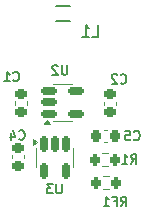
<source format=gbr>
G04 #@! TF.GenerationSoftware,KiCad,Pcbnew,8.0.1*
G04 #@! TF.CreationDate,2025-02-25T21:17:40-07:00*
G04 #@! TF.ProjectId,IRRemote,49525265-6d6f-4746-952e-6b696361645f,rev?*
G04 #@! TF.SameCoordinates,Original*
G04 #@! TF.FileFunction,Legend,Bot*
G04 #@! TF.FilePolarity,Positive*
%FSLAX46Y46*%
G04 Gerber Fmt 4.6, Leading zero omitted, Abs format (unit mm)*
G04 Created by KiCad (PCBNEW 8.0.1) date 2025-02-25 21:17:40*
%MOMM*%
%LPD*%
G01*
G04 APERTURE LIST*
G04 Aperture macros list*
%AMRoundRect*
0 Rectangle with rounded corners*
0 $1 Rounding radius*
0 $2 $3 $4 $5 $6 $7 $8 $9 X,Y pos of 4 corners*
0 Add a 4 corners polygon primitive as box body*
4,1,4,$2,$3,$4,$5,$6,$7,$8,$9,$2,$3,0*
0 Add four circle primitives for the rounded corners*
1,1,$1+$1,$2,$3*
1,1,$1+$1,$4,$5*
1,1,$1+$1,$6,$7*
1,1,$1+$1,$8,$9*
0 Add four rect primitives between the rounded corners*
20,1,$1+$1,$2,$3,$4,$5,0*
20,1,$1+$1,$4,$5,$6,$7,0*
20,1,$1+$1,$6,$7,$8,$9,0*
20,1,$1+$1,$8,$9,$2,$3,0*%
G04 Aperture macros list end*
%ADD10C,0.150000*%
%ADD11C,0.120000*%
%ADD12C,0.152400*%
%ADD13R,1.700000X1.700000*%
%ADD14O,1.700000X1.700000*%
%ADD15C,2.500000*%
%ADD16RoundRect,0.150000X-0.512500X-0.150000X0.512500X-0.150000X0.512500X0.150000X-0.512500X0.150000X0*%
%ADD17RoundRect,0.225000X-0.250000X0.225000X-0.250000X-0.225000X0.250000X-0.225000X0.250000X0.225000X0*%
%ADD18R,1.003300X0.990600*%
%ADD19RoundRect,0.225000X-0.225000X-0.250000X0.225000X-0.250000X0.225000X0.250000X-0.225000X0.250000X0*%
%ADD20RoundRect,0.200000X-0.200000X-0.275000X0.200000X-0.275000X0.200000X0.275000X-0.200000X0.275000X0*%
%ADD21RoundRect,0.225000X0.250000X-0.225000X0.250000X0.225000X-0.250000X0.225000X-0.250000X-0.225000X0*%
%ADD22RoundRect,0.150000X-0.150000X0.512500X-0.150000X-0.512500X0.150000X-0.512500X0.150000X0.512500X0*%
%ADD23RoundRect,0.200000X0.200000X0.275000X-0.200000X0.275000X-0.200000X-0.275000X0.200000X-0.275000X0*%
G04 APERTURE END LIST*
D10*
X138659523Y-70232295D02*
X138659523Y-70879914D01*
X138659523Y-70879914D02*
X138621428Y-70956104D01*
X138621428Y-70956104D02*
X138583333Y-70994200D01*
X138583333Y-70994200D02*
X138507142Y-71032295D01*
X138507142Y-71032295D02*
X138354761Y-71032295D01*
X138354761Y-71032295D02*
X138278571Y-70994200D01*
X138278571Y-70994200D02*
X138240476Y-70956104D01*
X138240476Y-70956104D02*
X138202380Y-70879914D01*
X138202380Y-70879914D02*
X138202380Y-70232295D01*
X137859524Y-70308485D02*
X137821428Y-70270390D01*
X137821428Y-70270390D02*
X137745238Y-70232295D01*
X137745238Y-70232295D02*
X137554762Y-70232295D01*
X137554762Y-70232295D02*
X137478571Y-70270390D01*
X137478571Y-70270390D02*
X137440476Y-70308485D01*
X137440476Y-70308485D02*
X137402381Y-70384676D01*
X137402381Y-70384676D02*
X137402381Y-70460866D01*
X137402381Y-70460866D02*
X137440476Y-70575152D01*
X137440476Y-70575152D02*
X137897619Y-71032295D01*
X137897619Y-71032295D02*
X137402381Y-71032295D01*
X134093332Y-71526104D02*
X134131428Y-71564200D01*
X134131428Y-71564200D02*
X134245713Y-71602295D01*
X134245713Y-71602295D02*
X134321904Y-71602295D01*
X134321904Y-71602295D02*
X134436190Y-71564200D01*
X134436190Y-71564200D02*
X134512380Y-71488009D01*
X134512380Y-71488009D02*
X134550475Y-71411819D01*
X134550475Y-71411819D02*
X134588571Y-71259438D01*
X134588571Y-71259438D02*
X134588571Y-71145152D01*
X134588571Y-71145152D02*
X134550475Y-70992771D01*
X134550475Y-70992771D02*
X134512380Y-70916580D01*
X134512380Y-70916580D02*
X134436190Y-70840390D01*
X134436190Y-70840390D02*
X134321904Y-70802295D01*
X134321904Y-70802295D02*
X134245713Y-70802295D01*
X134245713Y-70802295D02*
X134131428Y-70840390D01*
X134131428Y-70840390D02*
X134093332Y-70878485D01*
X133331428Y-71602295D02*
X133788571Y-71602295D01*
X133559999Y-71602295D02*
X133559999Y-70802295D01*
X133559999Y-70802295D02*
X133636190Y-70916580D01*
X133636190Y-70916580D02*
X133712380Y-70992771D01*
X133712380Y-70992771D02*
X133788571Y-71030866D01*
X140796666Y-67814819D02*
X141272856Y-67814819D01*
X141272856Y-67814819D02*
X141272856Y-66814819D01*
X139939523Y-67814819D02*
X140510951Y-67814819D01*
X140225237Y-67814819D02*
X140225237Y-66814819D01*
X140225237Y-66814819D02*
X140320475Y-66957676D01*
X140320475Y-66957676D02*
X140415713Y-67052914D01*
X140415713Y-67052914D02*
X140510951Y-67100533D01*
X144293332Y-76526104D02*
X144331428Y-76564200D01*
X144331428Y-76564200D02*
X144445713Y-76602295D01*
X144445713Y-76602295D02*
X144521904Y-76602295D01*
X144521904Y-76602295D02*
X144636190Y-76564200D01*
X144636190Y-76564200D02*
X144712380Y-76488009D01*
X144712380Y-76488009D02*
X144750475Y-76411819D01*
X144750475Y-76411819D02*
X144788571Y-76259438D01*
X144788571Y-76259438D02*
X144788571Y-76145152D01*
X144788571Y-76145152D02*
X144750475Y-75992771D01*
X144750475Y-75992771D02*
X144712380Y-75916580D01*
X144712380Y-75916580D02*
X144636190Y-75840390D01*
X144636190Y-75840390D02*
X144521904Y-75802295D01*
X144521904Y-75802295D02*
X144445713Y-75802295D01*
X144445713Y-75802295D02*
X144331428Y-75840390D01*
X144331428Y-75840390D02*
X144293332Y-75878485D01*
X143569523Y-75802295D02*
X143950475Y-75802295D01*
X143950475Y-75802295D02*
X143988571Y-76183247D01*
X143988571Y-76183247D02*
X143950475Y-76145152D01*
X143950475Y-76145152D02*
X143874285Y-76107057D01*
X143874285Y-76107057D02*
X143683809Y-76107057D01*
X143683809Y-76107057D02*
X143607618Y-76145152D01*
X143607618Y-76145152D02*
X143569523Y-76183247D01*
X143569523Y-76183247D02*
X143531428Y-76259438D01*
X143531428Y-76259438D02*
X143531428Y-76449914D01*
X143531428Y-76449914D02*
X143569523Y-76526104D01*
X143569523Y-76526104D02*
X143607618Y-76564200D01*
X143607618Y-76564200D02*
X143683809Y-76602295D01*
X143683809Y-76602295D02*
X143874285Y-76602295D01*
X143874285Y-76602295D02*
X143950475Y-76564200D01*
X143950475Y-76564200D02*
X143988571Y-76526104D01*
X144063332Y-78572295D02*
X144329999Y-78191342D01*
X144520475Y-78572295D02*
X144520475Y-77772295D01*
X144520475Y-77772295D02*
X144215713Y-77772295D01*
X144215713Y-77772295D02*
X144139523Y-77810390D01*
X144139523Y-77810390D02*
X144101428Y-77848485D01*
X144101428Y-77848485D02*
X144063332Y-77924676D01*
X144063332Y-77924676D02*
X144063332Y-78038961D01*
X144063332Y-78038961D02*
X144101428Y-78115152D01*
X144101428Y-78115152D02*
X144139523Y-78153247D01*
X144139523Y-78153247D02*
X144215713Y-78191342D01*
X144215713Y-78191342D02*
X144520475Y-78191342D01*
X143301428Y-78572295D02*
X143758571Y-78572295D01*
X143529999Y-78572295D02*
X143529999Y-77772295D01*
X143529999Y-77772295D02*
X143606190Y-77886580D01*
X143606190Y-77886580D02*
X143682380Y-77962771D01*
X143682380Y-77962771D02*
X143758571Y-78000866D01*
X143173332Y-71726104D02*
X143211428Y-71764200D01*
X143211428Y-71764200D02*
X143325713Y-71802295D01*
X143325713Y-71802295D02*
X143401904Y-71802295D01*
X143401904Y-71802295D02*
X143516190Y-71764200D01*
X143516190Y-71764200D02*
X143592380Y-71688009D01*
X143592380Y-71688009D02*
X143630475Y-71611819D01*
X143630475Y-71611819D02*
X143668571Y-71459438D01*
X143668571Y-71459438D02*
X143668571Y-71345152D01*
X143668571Y-71345152D02*
X143630475Y-71192771D01*
X143630475Y-71192771D02*
X143592380Y-71116580D01*
X143592380Y-71116580D02*
X143516190Y-71040390D01*
X143516190Y-71040390D02*
X143401904Y-71002295D01*
X143401904Y-71002295D02*
X143325713Y-71002295D01*
X143325713Y-71002295D02*
X143211428Y-71040390D01*
X143211428Y-71040390D02*
X143173332Y-71078485D01*
X142868571Y-71078485D02*
X142830475Y-71040390D01*
X142830475Y-71040390D02*
X142754285Y-71002295D01*
X142754285Y-71002295D02*
X142563809Y-71002295D01*
X142563809Y-71002295D02*
X142487618Y-71040390D01*
X142487618Y-71040390D02*
X142449523Y-71078485D01*
X142449523Y-71078485D02*
X142411428Y-71154676D01*
X142411428Y-71154676D02*
X142411428Y-71230866D01*
X142411428Y-71230866D02*
X142449523Y-71345152D01*
X142449523Y-71345152D02*
X142906666Y-71802295D01*
X142906666Y-71802295D02*
X142411428Y-71802295D01*
X138179523Y-80292295D02*
X138179523Y-80939914D01*
X138179523Y-80939914D02*
X138141428Y-81016104D01*
X138141428Y-81016104D02*
X138103333Y-81054200D01*
X138103333Y-81054200D02*
X138027142Y-81092295D01*
X138027142Y-81092295D02*
X137874761Y-81092295D01*
X137874761Y-81092295D02*
X137798571Y-81054200D01*
X137798571Y-81054200D02*
X137760476Y-81016104D01*
X137760476Y-81016104D02*
X137722380Y-80939914D01*
X137722380Y-80939914D02*
X137722380Y-80292295D01*
X137417619Y-80292295D02*
X136922381Y-80292295D01*
X136922381Y-80292295D02*
X137189047Y-80597057D01*
X137189047Y-80597057D02*
X137074762Y-80597057D01*
X137074762Y-80597057D02*
X136998571Y-80635152D01*
X136998571Y-80635152D02*
X136960476Y-80673247D01*
X136960476Y-80673247D02*
X136922381Y-80749438D01*
X136922381Y-80749438D02*
X136922381Y-80939914D01*
X136922381Y-80939914D02*
X136960476Y-81016104D01*
X136960476Y-81016104D02*
X136998571Y-81054200D01*
X136998571Y-81054200D02*
X137074762Y-81092295D01*
X137074762Y-81092295D02*
X137303333Y-81092295D01*
X137303333Y-81092295D02*
X137379524Y-81054200D01*
X137379524Y-81054200D02*
X137417619Y-81016104D01*
X134573332Y-76476104D02*
X134611428Y-76514200D01*
X134611428Y-76514200D02*
X134725713Y-76552295D01*
X134725713Y-76552295D02*
X134801904Y-76552295D01*
X134801904Y-76552295D02*
X134916190Y-76514200D01*
X134916190Y-76514200D02*
X134992380Y-76438009D01*
X134992380Y-76438009D02*
X135030475Y-76361819D01*
X135030475Y-76361819D02*
X135068571Y-76209438D01*
X135068571Y-76209438D02*
X135068571Y-76095152D01*
X135068571Y-76095152D02*
X135030475Y-75942771D01*
X135030475Y-75942771D02*
X134992380Y-75866580D01*
X134992380Y-75866580D02*
X134916190Y-75790390D01*
X134916190Y-75790390D02*
X134801904Y-75752295D01*
X134801904Y-75752295D02*
X134725713Y-75752295D01*
X134725713Y-75752295D02*
X134611428Y-75790390D01*
X134611428Y-75790390D02*
X134573332Y-75828485D01*
X133887618Y-76018961D02*
X133887618Y-76552295D01*
X134078094Y-75714200D02*
X134268571Y-76285628D01*
X134268571Y-76285628D02*
X133773332Y-76285628D01*
X143186189Y-82162295D02*
X143452856Y-81781342D01*
X143643332Y-82162295D02*
X143643332Y-81362295D01*
X143643332Y-81362295D02*
X143338570Y-81362295D01*
X143338570Y-81362295D02*
X143262380Y-81400390D01*
X143262380Y-81400390D02*
X143224285Y-81438485D01*
X143224285Y-81438485D02*
X143186189Y-81514676D01*
X143186189Y-81514676D02*
X143186189Y-81628961D01*
X143186189Y-81628961D02*
X143224285Y-81705152D01*
X143224285Y-81705152D02*
X143262380Y-81743247D01*
X143262380Y-81743247D02*
X143338570Y-81781342D01*
X143338570Y-81781342D02*
X143643332Y-81781342D01*
X142576666Y-81743247D02*
X142843332Y-81743247D01*
X142843332Y-82162295D02*
X142843332Y-81362295D01*
X142843332Y-81362295D02*
X142462380Y-81362295D01*
X141738571Y-82162295D02*
X142195714Y-82162295D01*
X141967142Y-82162295D02*
X141967142Y-81362295D01*
X141967142Y-81362295D02*
X142043333Y-81476580D01*
X142043333Y-81476580D02*
X142119523Y-81552771D01*
X142119523Y-81552771D02*
X142195714Y-81590866D01*
D11*
X137467500Y-71830000D02*
X138267500Y-71830000D01*
X137467500Y-74950000D02*
X138267500Y-74950000D01*
X139067500Y-71830000D02*
X138267500Y-71830000D01*
X139067500Y-74950000D02*
X138267500Y-74950000D01*
X137207500Y-75230000D02*
X136727500Y-75230000D01*
X136967500Y-74900000D01*
X137207500Y-75230000D01*
G36*
X137207500Y-75230000D02*
G01*
X136727500Y-75230000D01*
X136967500Y-74900000D01*
X137207500Y-75230000D01*
G37*
X134250000Y-73575580D02*
X134250000Y-73294420D01*
X135270000Y-73575580D02*
X135270000Y-73294420D01*
D12*
X137679200Y-66452300D02*
X138867500Y-66452300D01*
X138867500Y-65207700D02*
X137679200Y-65207700D01*
D11*
X142030580Y-75760000D02*
X141749420Y-75760000D01*
X142030580Y-76780000D02*
X141749420Y-76780000D01*
X142107258Y-77707500D02*
X141632742Y-77707500D01*
X142107258Y-78752500D02*
X141632742Y-78752500D01*
X141730000Y-73324420D02*
X141730000Y-73605580D01*
X142750000Y-73324420D02*
X142750000Y-73605580D01*
X136045000Y-77222500D02*
X136045000Y-78022500D01*
X136045000Y-78822500D02*
X136045000Y-78022500D01*
X139165000Y-77222500D02*
X139165000Y-78022500D01*
X139165000Y-78822500D02*
X139165000Y-78022500D01*
X136095000Y-76722500D02*
X135765000Y-76962500D01*
X135765000Y-76482500D01*
X136095000Y-76722500D01*
G36*
X136095000Y-76722500D02*
G01*
X135765000Y-76962500D01*
X135765000Y-76482500D01*
X136095000Y-76722500D01*
G37*
X133955000Y-77844420D02*
X133955000Y-78125580D01*
X134975000Y-77844420D02*
X134975000Y-78125580D01*
X141700242Y-79657500D02*
X142174758Y-79657500D01*
X141700242Y-80702500D02*
X142174758Y-80702500D01*
%LPC*%
D13*
X139620000Y-69280000D03*
D14*
X137080000Y-69280000D03*
D15*
X133620000Y-66340000D03*
X143100000Y-66240000D03*
D16*
X137130000Y-74340000D03*
X137130000Y-73390000D03*
X137130000Y-72440000D03*
X139405000Y-72440000D03*
X139405000Y-74340000D03*
D17*
X134760000Y-72660000D03*
X134760000Y-74210000D03*
D18*
X139676700Y-65830000D03*
X136870000Y-65830000D03*
D19*
X141115000Y-76270000D03*
X142665000Y-76270000D03*
D20*
X141045000Y-78230000D03*
X142695000Y-78230000D03*
D21*
X142240000Y-74240000D03*
X142240000Y-72690000D03*
D22*
X136655000Y-76885000D03*
X137605000Y-76885000D03*
X138555000Y-76885000D03*
X138555000Y-79160000D03*
X136655000Y-79160000D03*
D21*
X134465000Y-78760000D03*
X134465000Y-77210000D03*
D23*
X142762500Y-80180000D03*
X141112500Y-80180000D03*
%LPD*%
M02*

</source>
